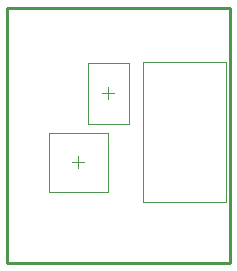
<source format=gbr>
%TF.GenerationSoftware,Altium Limited,Altium Designer,21.3.2 (30)*%
G04 Layer_Color=32768*
%FSLAX26Y26*%
%MOIN*%
%TF.SameCoordinates,7249F2FC-C291-4BAF-AEBD-B68F3D0C2602*%
%TF.FilePolarity,Positive*%
%TF.FileFunction,Other,Mechanical_15*%
%TF.Part,Single*%
G01*
G75*
%TA.AperFunction,NonConductor*%
%ADD26C,0.003937*%
%ADD27C,0.010000*%
%ADD37C,0.001968*%
D26*
X3946630Y2792921D02*
X4223717D01*
Y3257488D01*
X3946630D02*
X4223717D01*
X3946630Y2792921D02*
Y3257488D01*
X3849685Y3155000D02*
X3850000D01*
X3810315D02*
X3850000D01*
X3830000Y3135315D02*
Y3174685D01*
X3710315Y2925000D02*
X3749685D01*
X3730000Y2905315D02*
Y2944685D01*
D27*
X3493000Y2589000D02*
Y3440000D01*
X4235000Y2589000D02*
Y3440000D01*
X3493000Y2589000D02*
X4235000D01*
X3493000Y3440000D02*
X4235000D01*
D37*
X3761102Y3257362D02*
X3898898D01*
X3761102Y3052638D02*
Y3257362D01*
Y3052638D02*
X3898898D01*
Y3257362D01*
X3631575Y2826575D02*
Y3023425D01*
Y2826575D02*
X3828425D01*
X3631575Y3023425D02*
X3828425D01*
Y2826575D02*
Y3023425D01*
%TF.MD5,5b8f7f639d339db4b84acddf1cc32f15*%
M02*

</source>
